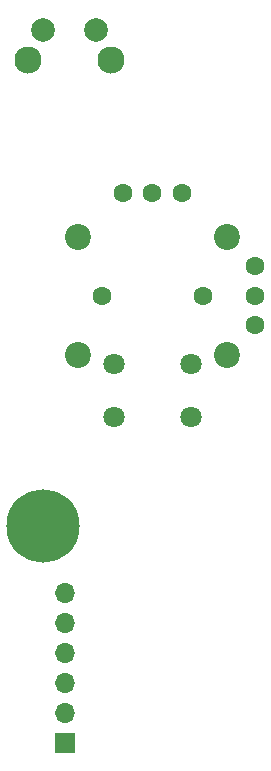
<source format=gbr>
%TF.GenerationSoftware,KiCad,Pcbnew,(7.0.0)*%
%TF.CreationDate,2023-04-10T20:49:18+02:00*%
%TF.ProjectId,STM32 Talnet console,53544d33-3220-4546-916c-6e657420636f,rev?*%
%TF.SameCoordinates,Original*%
%TF.FileFunction,Soldermask,Bot*%
%TF.FilePolarity,Negative*%
%FSLAX46Y46*%
G04 Gerber Fmt 4.6, Leading zero omitted, Abs format (unit mm)*
G04 Created by KiCad (PCBNEW (7.0.0)) date 2023-04-10 20:49:18*
%MOMM*%
%LPD*%
G01*
G04 APERTURE LIST*
%ADD10C,2.300000*%
%ADD11C,2.000000*%
%ADD12R,1.700000X1.700000*%
%ADD13O,1.700000X1.700000*%
%ADD14C,1.600000*%
%ADD15C,2.200000*%
%ADD16C,1.800000*%
%ADD17C,6.200000*%
G04 APERTURE END LIST*
D10*
%TO.C,SW8*%
X98192900Y-73207100D03*
X105192900Y-73207100D03*
D11*
X99442900Y-70707100D03*
X103942900Y-70707100D03*
%TD*%
D12*
%TO.C,J5*%
X101292899Y-131032099D03*
D13*
X101292899Y-128492099D03*
X101292899Y-125952099D03*
X101292899Y-123412099D03*
X101292899Y-120872099D03*
X101292899Y-118332099D03*
%TD*%
D14*
%TO.C,P1*%
X104392900Y-93207100D03*
X112992900Y-93207100D03*
X106192900Y-84477100D03*
X108692900Y-84477100D03*
X111192900Y-84477100D03*
X117422900Y-90707100D03*
X117422900Y-93207100D03*
X117422900Y-95707100D03*
D15*
X102367900Y-88207100D03*
X102367900Y-98207100D03*
X115017900Y-88207100D03*
X115017900Y-98207100D03*
D16*
X105442900Y-99007100D03*
X105442900Y-103507100D03*
X111942900Y-99007100D03*
X111942900Y-103507100D03*
%TD*%
D17*
%TO.C,H6*%
X99442900Y-112707100D03*
%TD*%
M02*

</source>
